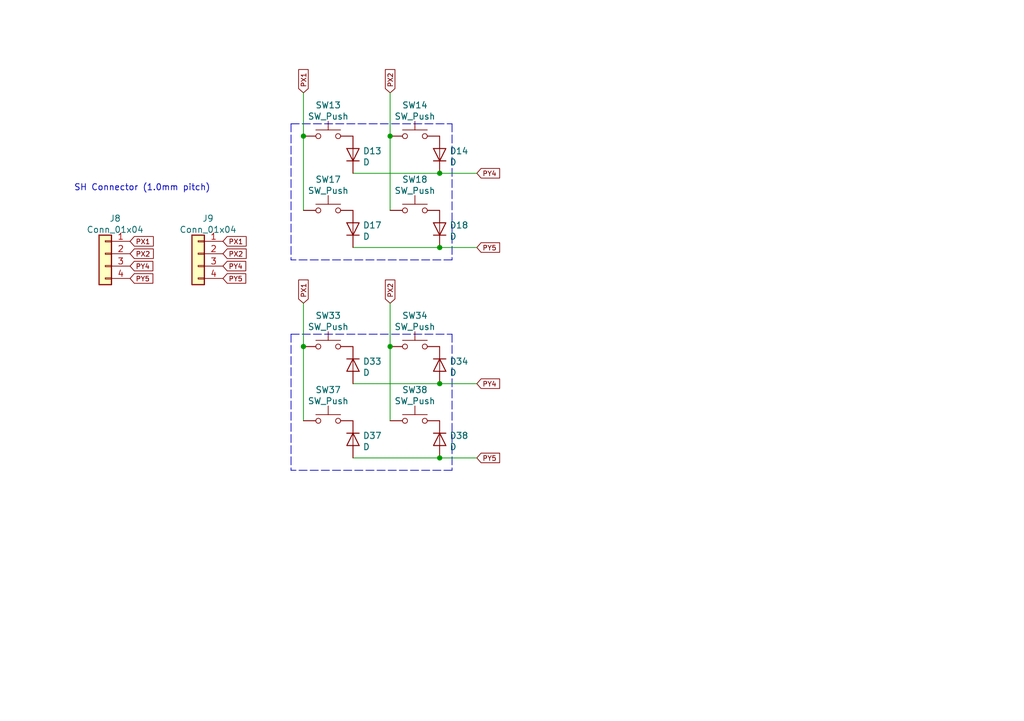
<source format=kicad_sch>
(kicad_sch (version 20230121) (generator eeschema)
  (paper "A5")
  (title_block (title "PANGAEA Keyboard") (date "2023-03-19") (rev "1.0") (company "@e3w2q, @otahinosame, @k2___________"))
  (lib_symbols
    (symbol "#library:D" (pin_numbers hide) (pin_names (offset 1.016) hide)
      (property "Reference" "D" (at 0 2.54 0))
      (property "Value" "D" (at 0 -2.54 0))
      (symbol "D_0_1"
        (polyline (pts (xy -1.27 1.27) (xy -1.27 -1.27)) (stroke (width 0.2032)))
        (polyline (pts (xy 1.27 0) (xy -1.27 0)))
        (polyline (pts (xy 1.27 1.27) (xy 1.27 -1.27) (xy -1.27 0) (xy 1.27 1.27)) (stroke (width 0.2032)))
      )
      (symbol "D_1_1"
        (pin passive line (at -3.81 0 0) (length 2.54) (name "K") (number "1"))
        (pin passive line (at 3.81 0 180) (length 2.54) (name "A") (number "2"))
      )
    )
    (symbol "#library:SW_Push" (pin_numbers hide) (pin_names (offset 1.016) hide)
      (property "Reference" "SW" (at 1.27 2.54 0))
      (property "Value" "SW_Push" (at 0 -1.524 0))
      (symbol "SW_Push_0_1"
        (circle (center -2.032 0) (radius 0.508))
        (polyline (pts (xy 0 1.27) (xy 0 3.048)))
        (polyline (pts (xy 2.54 1.27) (xy -2.54 1.27)))
        (circle (center 2.032 0) (radius 0.508))
        (pin passive line (at -5.08 0 0) (length 2.54) (name "1") (number "1"))
        (pin passive line (at 5.08 0 180) (length 2.54) (name "2") (number "2"))
      )
    )
    (symbol "Connector_Generic:Conn_01x04" (pin_names (offset 1.016) hide)
      (property "Reference" "J" (at 0 5.08 0))
      (property "Value" "Conn_01x04" (at 0 -7.62 0))
      (symbol "Conn_01x04_1_1"
        (rectangle (start -1.27 -4.953) (end 0 -5.207) (stroke (width 0.1524)))
        (rectangle (start -1.27 -2.413) (end 0 -2.667) (stroke (width 0.1524)))
        (rectangle (start -1.27 0.127) (end 0 -0.127) (stroke (width 0.1524)))
        (rectangle (start -1.27 2.667) (end 0 2.413) (stroke (width 0.1524)))
        (rectangle (start -1.27 3.81) (end 1.27 -6.35) (stroke (width 0.254)) (fill (type background)))
        (pin passive line (at -5.08 2.54 0) (length 3.81) (name "Pin_1") (number "1"))
        (pin passive line (at -5.08 0 0) (length 3.81) (name "Pin_2") (number "2"))
        (pin passive line (at -5.08 -2.54 0) (length 3.81) (name "Pin_3") (number "3"))
        (pin passive line (at -5.08 -5.08 0) (length 3.81) (name "Pin_4") (number "4"))
      )
    )
  )
  (junction (at 80.01 27.94) (diameter 0.9144))
  (junction (at 62.23 27.94) (diameter 0.9144))
  (junction (at 90.17 50.8) (diameter 0.9144))
  (junction (at 62.23 71.12) (diameter 0.9144))
  (junction (at 80.01 71.12) (diameter 0.9144))
  (junction (at 90.17 93.98) (diameter 0.9144))
  (junction (at 90.17 35.56) (diameter 0.9144))
  (junction (at 90.17 78.74) (diameter 0.9144))
  (wire (pts (xy 62.23 71.12) (xy 62.23 86.36)))
  (wire (pts (xy 62.23 27.94) (xy 62.23 43.18)))
  (polyline (pts (xy 92.71 96.52) (xy 59.69 96.52)) (stroke (width 0) (type dash)))
  (polyline (pts (xy 92.71 53.34) (xy 59.69 53.34)) (stroke (width 0) (type dash)))
  (wire (pts (xy 62.23 62.23) (xy 62.23 71.12)))
  (wire (pts (xy 62.23 19.05) (xy 62.23 27.94)))
  (wire (pts (xy 72.39 78.74) (xy 90.17 78.74)))
  (wire (pts (xy 90.17 93.98) (xy 97.79 93.98)))
  (wire (pts (xy 90.17 50.8) (xy 97.79 50.8)))
  (wire (pts (xy 80.01 71.12) (xy 80.01 86.36)))
  (polyline (pts (xy 59.69 25.4) (xy 59.69 53.34)) (stroke (width 0) (type dash)))
  (wire (pts (xy 72.39 35.56) (xy 90.17 35.56)))
  (wire (pts (xy 72.39 50.8) (xy 90.17 50.8)))
  (wire (pts (xy 80.01 62.23) (xy 80.01 71.12)))
  (polyline (pts (xy 92.71 25.4) (xy 92.71 53.34)) (stroke (width 0) (type dash)))
  (wire (pts (xy 72.39 93.98) (xy 90.17 93.98)))
  (polyline (pts (xy 59.69 25.4) (xy 92.71 25.4)) (stroke (width 0) (type dash)))
  (wire (pts (xy 80.01 27.94) (xy 80.01 43.18)))
  (polyline (pts (xy 59.69 68.58) (xy 59.69 96.52)) (stroke (width 0) (type dash)))
  (wire (pts (xy 90.17 35.56) (xy 97.79 35.56)))
  (polyline (pts (xy 59.69 68.58) (xy 92.71 68.58)) (stroke (width 0) (type dash)))
  (polyline (pts (xy 92.71 68.58) (xy 92.71 96.52)) (stroke (width 0) (type dash)))
  (wire (pts (xy 90.17 78.74) (xy 97.79 78.74)))
  (wire (pts (xy 80.01 19.05) (xy 80.01 27.94)))
  (text "SH Connector (1.0mm pitch)" (at 43.18 39.37 0) (effects (font (size 1.27 1.27)) (justify right bottom)))
  (global_label "PY5" (shape input) (at 45.72 57.15 0) (effects (font (size 0.9906 0.9906))) (property "Intersheetrefs" "${INTERSHEET_REFS}" (effects hide)))
  (global_label "PY4" (shape input) (at 97.79 78.74 0) (effects (font (size 0.9906 0.9906))) (property "Intersheetrefs" "${INTERSHEET_REFS}" (effects hide)))
  (global_label "PX2" (shape input) (at 80.01 62.23 90) (effects (font (size 0.9906 0.9906))) (property "Intersheetrefs" "${INTERSHEET_REFS}" (effects hide)))
  (global_label "PX2" (shape input) (at 26.67 52.07 0) (effects (font (size 0.9906 0.9906))) (property "Intersheetrefs" "${INTERSHEET_REFS}" (effects hide)))
  (global_label "PY5" (shape input) (at 97.79 93.98 0) (effects (font (size 0.9906 0.9906))) (property "Intersheetrefs" "${INTERSHEET_REFS}" (effects hide)))
  (global_label "PY5" (shape input) (at 97.79 50.8 0) (effects (font (size 0.9906 0.9906))) (property "Intersheetrefs" "${INTERSHEET_REFS}" (effects hide)))
  (global_label "PY5" (shape input) (at 26.67 57.15 0) (effects (font (size 0.9906 0.9906))) (property "Intersheetrefs" "${INTERSHEET_REFS}" (effects hide)))
  (global_label "PY4" (shape input) (at 45.72 54.61 0) (effects (font (size 0.9906 0.9906))) (property "Intersheetrefs" "${INTERSHEET_REFS}" (effects hide)))
  (global_label "PX1" (shape input) (at 62.23 62.23 90) (effects (font (size 0.9906 0.9906))) (property "Intersheetrefs" "${INTERSHEET_REFS}" (effects hide)))
  (global_label "PX1" (shape input) (at 45.72 49.53 0) (effects (font (size 0.9906 0.9906))) (property "Intersheetrefs" "${INTERSHEET_REFS}" (effects hide)))
  (global_label "PY4" (shape input) (at 97.79 35.56 0) (effects (font (size 0.9906 0.9906))) (property "Intersheetrefs" "${INTERSHEET_REFS}" (effects hide)))
  (global_label "PX1" (shape input) (at 26.67 49.53 0) (effects (font (size 0.9906 0.9906))) (property "Intersheetrefs" "${INTERSHEET_REFS}" (effects hide)))
  (global_label "PX1" (shape input) (at 62.23 19.05 90) (effects (font (size 0.9906 0.9906))) (property "Intersheetrefs" "${INTERSHEET_REFS}" (effects hide)))
  (global_label "PY4" (shape input) (at 26.67 54.61 0) (effects (font (size 0.9906 0.9906))) (property "Intersheetrefs" "${INTERSHEET_REFS}" (effects hide)))
  (global_label "PX2" (shape input) (at 45.72 52.07 0) (effects (font (size 0.9906 0.9906))) (property "Intersheetrefs" "${INTERSHEET_REFS}" (effects hide)))
  (global_label "PX2" (shape input) (at 80.01 19.05 90) (effects (font (size 0.9906 0.9906))) (property "Intersheetrefs" "${INTERSHEET_REFS}" (effects hide)))
  (symbol (lib_id "#library:D") (at 72.39 74.93 270) (unit 1)
    (property "Reference" "D33" (at 74.3967 74.1691 90) (effects (justify left)))
    (property "Value" "D" (at 74.3967 76.4678 90) (effects (justify left)))
    (property "Footprint" "footprint:diode_TH_SMD_rev3" (effects hide))
  )
  (symbol (lib_id "#library:D") (at 72.39 46.99 90) (unit 1)
    (property "Reference" "D17" (at 74.3967 46.2291 90) (effects (justify right)))
    (property "Value" "D" (at 74.3967 48.5278 90) (effects (justify right)))
    (property "Footprint" "footprint:diode_TH_SMD_rev3" (effects hide))
  )
  (symbol (lib_id "#library:SW_Push") (at 85.09 43.18 0) (unit 1)
    (property "Reference" "SW18" (at 85.09 36.8258 0))
    (property "Value" "SW_Push" (at 85.09 39.1245 0))
    (property "Footprint" "footprint:CherryMX_Choc_Hotswap_rev9_test" (effects hide))
  )
  (symbol (lib_id "Connector_Generic:Conn_01x04") (at 40.64 52.07 0) (mirror y) (unit 1)
    (property "Reference" "J9" (at 42.672 44.8268 0))
    (property "Value" "Conn_01x04" (at 42.672 47.1255 0))
    (property "Footprint" "footprint:JST_SH_BM03B-SRSS-TB_1x04-1MP_P1.00mm_Vertical" (effects hide))
  )
  (symbol (lib_id "#library:SW_Push") (at 67.31 43.18 0) (unit 1)
    (property "Reference" "SW17" (at 67.31 36.8258 0))
    (property "Value" "SW_Push" (at 67.31 39.1245 0))
    (property "Footprint" "footprint:CherryMX_Choc_Hotswap_rev9_test" (effects hide))
  )
  (symbol (lib_id "#library:SW_Push") (at 67.31 27.94 0) (unit 1)
    (property "Reference" "SW13" (at 67.31 21.5858 0))
    (property "Value" "SW_Push" (at 67.31 23.8845 0))
    (property "Footprint" "footprint:CherryMX_Choc_Hotswap_rev9_test" (effects hide))
  )
  (symbol (lib_id "#library:D") (at 90.17 46.99 90) (unit 1)
    (property "Reference" "D18" (at 92.1767 46.2291 90) (effects (justify right)))
    (property "Value" "D" (at 92.1767 48.5278 90) (effects (justify right)))
    (property "Footprint" "footprint:diode_TH_SMD_rev3" (effects hide))
  )
  (symbol (lib_id "#library:SW_Push") (at 67.31 71.12 0) (unit 1)
    (property "Reference" "SW33" (at 67.31 64.7658 0))
    (property "Value" "SW_Push" (at 67.31 67.0645 0))
    (property "Footprint" "footprint:CherryMX_Choc_Hotswap_rev9_test" (effects hide))
  )
  (symbol (lib_id "#library:SW_Push") (at 67.31 86.36 0) (unit 1)
    (property "Reference" "SW37" (at 67.31 80.0058 0))
    (property "Value" "SW_Push" (at 67.31 82.3045 0))
    (property "Footprint" "footprint:CherryMX_Choc_Hotswap_rev9_test" (effects hide))
  )
  (symbol (lib_id "Connector_Generic:Conn_01x04") (at 21.59 52.07 0) (mirror y) (unit 1)
    (property "Reference" "J8" (at 23.622 44.8268 0))
    (property "Value" "Conn_01x04" (at 23.622 47.1255 0))
    (property "Footprint" "footprint:JST_SH_BM03B-SRSS-TB_1x04-1MP_P1.00mm_Vertical" (effects hide))
  )
  (symbol (lib_id "#library:SW_Push") (at 85.09 86.36 0) (unit 1)
    (property "Reference" "SW38" (at 85.09 80.0058 0))
    (property "Value" "SW_Push" (at 85.09 82.3045 0))
    (property "Footprint" "footprint:CherryMX_Choc_Hotswap_rev9_test" (effects hide))
  )
  (symbol (lib_id "#library:D") (at 90.17 74.93 270) (unit 1)
    (property "Reference" "D34" (at 92.1767 74.1691 90) (effects (justify left)))
    (property "Value" "D" (at 92.1767 76.4678 90) (effects (justify left)))
    (property "Footprint" "footprint:diode_TH_SMD_rev3" (effects hide))
  )
  (symbol (lib_id "#library:D") (at 72.39 90.17 270) (unit 1)
    (property "Reference" "D37" (at 74.3967 89.4091 90) (effects (justify left)))
    (property "Value" "D" (at 74.3967 91.7078 90) (effects (justify left)))
    (property "Footprint" "footprint:diode_TH_SMD_rev3" (effects hide))
  )
  (symbol (lib_id "#library:D") (at 90.17 31.75 90) (unit 1)
    (property "Reference" "D14" (at 92.1767 30.9891 90) (effects (justify right)))
    (property "Value" "D" (at 92.1767 33.2878 90) (effects (justify right)))
    (property "Footprint" "footprint:diode_TH_SMD_rev3" (effects hide))
  )
  (symbol (lib_id "#library:D") (at 72.39 31.75 90) (unit 1)
    (property "Reference" "D13" (at 74.3967 30.9891 90) (effects (justify right)))
    (property "Value" "D" (at 74.3967 33.2878 90) (effects (justify right)))
    (property "Footprint" "footprint:diode_TH_SMD_rev3" (effects hide))
  )
  (symbol (lib_id "#library:SW_Push") (at 85.09 27.94 0) (unit 1)
    (property "Reference" "SW14" (at 85.09 21.5858 0))
    (property "Value" "SW_Push" (at 85.09 23.8845 0))
    (property "Footprint" "footprint:CherryMX_Choc_Hotswap_rev9_test" (effects hide))
  )
  (symbol (lib_id "#library:D") (at 90.17 90.17 270) (unit 1)
    (property "Reference" "D38" (at 92.1767 89.4091 90) (effects (justify left)))
    (property "Value" "D" (at 92.1767 91.7078 90) (effects (justify left)))
    (property "Footprint" "footprint:diode_TH_SMD_rev3" (effects hide))
  )
  (symbol (lib_id "#library:SW_Push") (at 85.09 71.12 0) (unit 1)
    (property "Reference" "SW34" (at 85.09 64.7658 0))
    (property "Value" "SW_Push" (at 85.09 67.0645 0))
    (property "Footprint" "footprint:CherryMX_Choc_Hotswap_rev9_test" (effects hide))
  )
)
</source>
